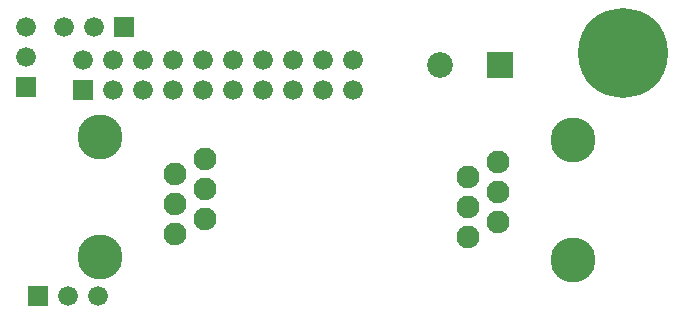
<source format=gbr>
G04 start of page 6 for group -4062 idx -4062 *
G04 Title: (unknown), soldermask *
G04 Creator: pcb 20110918 *
G04 CreationDate: Tue 05 Feb 2013 03:55:55 AM GMT UTC *
G04 For: railfan *
G04 Format: Gerber/RS-274X *
G04 PCB-Dimensions: 222000 104000 *
G04 PCB-Coordinate-Origin: lower left *
%MOIN*%
%FSLAX25Y25*%
%LNBOTTOMMASK*%
%ADD72C,0.0760*%
%ADD71C,0.0860*%
%ADD70C,0.0660*%
%ADD69C,0.0001*%
%ADD68C,0.1500*%
%ADD67C,0.2997*%
G54D67*X206500Y88500D03*
G54D68*X189925Y19500D03*
Y59500D03*
G54D69*G36*
X23200Y79300D02*Y72700D01*
X29800D01*
Y79300D01*
X23200D01*
G37*
G54D70*X36500Y76000D03*
Y86000D03*
X46500Y76000D03*
Y86000D03*
X56500D03*
X26500D03*
G54D69*G36*
X36700Y100300D02*Y93700D01*
X43300D01*
Y100300D01*
X36700D01*
G37*
G54D70*X30000Y97000D03*
X20000D03*
X7500Y87000D03*
Y97000D03*
X86500Y76000D03*
X96500D03*
X106500D03*
X116500D03*
G54D71*X145500Y84500D03*
G54D72*X154925Y27000D03*
Y37000D03*
Y47000D03*
X164925Y32000D03*
Y42000D03*
Y52000D03*
G54D69*G36*
X161200Y88800D02*Y80200D01*
X169800D01*
Y88800D01*
X161200D01*
G37*
G54D70*X56500Y76000D03*
X66500D03*
X76500D03*
X66500Y86000D03*
X76500D03*
X86500D03*
X96500D03*
X106500D03*
X116500D03*
G54D69*G36*
X4200Y80300D02*Y73700D01*
X10800D01*
Y80300D01*
X4200D01*
G37*
G36*
X8200Y10800D02*Y4200D01*
X14800D01*
Y10800D01*
X8200D01*
G37*
G54D70*X21500Y7500D03*
X31500D03*
G54D72*X67000Y53000D03*
X57000Y48000D03*
X67000Y43000D03*
X57000Y38000D03*
X67000Y33000D03*
X57000Y28000D03*
G54D68*X32000Y60500D03*
Y20500D03*
M02*

</source>
